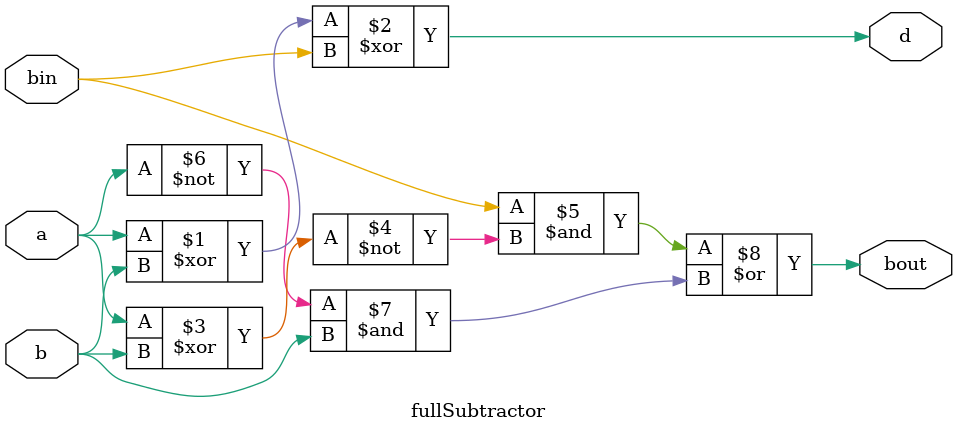
<source format=v>
`timescale 1ns / 1ps

module fullSubtractor(
    input a, b, bin,
    output d, bout
);
    
    assign d = a ^ b ^ bin;
    assign bout = (bin & ~(a ^ b)) | ~a & b;
    
endmodule
</source>
